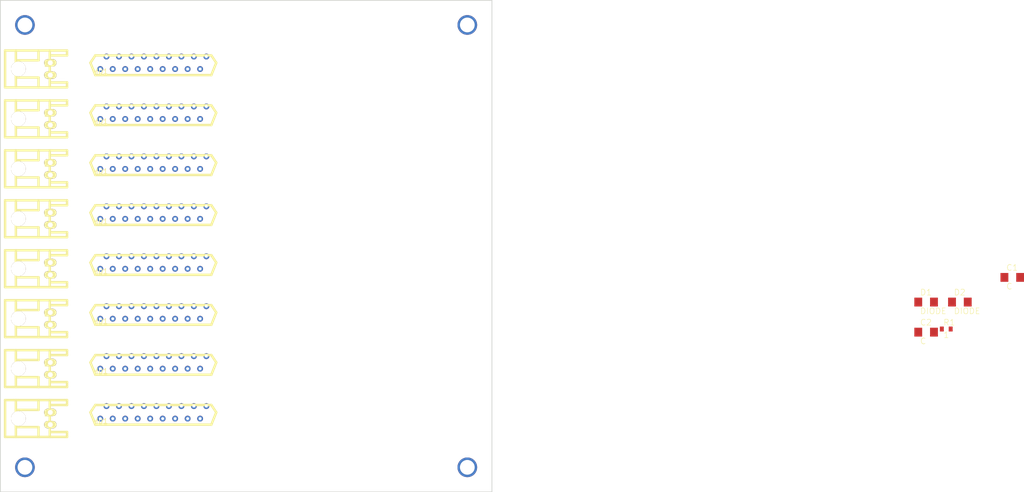
<source format=kicad_pcb>
(kicad_pcb (version 4) (host pcbnew 4.0.3-stable)

  (general
    (links 114)
    (no_connects 114)
    (area -0.075001 -0.075001 100.075001 100.075001)
    (thickness 1.6)
    (drawings 4)
    (tracks 4)
    (zones 0)
    (modules 21)
    (nets 9)
  )

  (page A4)
  (layers
    (0 F.Cu signal)
    (31 B.Cu signal)
    (32 B.Adhes user)
    (33 F.Adhes user)
    (34 B.Paste user)
    (35 F.Paste user)
    (36 B.SilkS user)
    (37 F.SilkS user)
    (38 B.Mask user)
    (39 F.Mask user)
    (40 Dwgs.User user)
    (41 Cmts.User user)
    (42 Eco1.User user)
    (43 Eco2.User user)
    (44 Edge.Cuts user)
    (45 Margin user)
    (46 B.CrtYd user)
    (47 F.CrtYd user)
    (48 B.Fab user)
    (49 F.Fab user)
  )

  (setup
    (last_trace_width 0.25)
    (user_trace_width 0.5)
    (user_trace_width 1)
    (trace_clearance 0.2)
    (zone_clearance 0.4)
    (zone_45_only no)
    (trace_min 0.2)
    (segment_width 0.2)
    (edge_width 0.15)
    (via_size 0.6)
    (via_drill 0.4)
    (via_min_size 0.4)
    (via_min_drill 0.3)
    (user_via 1.2 0.8)
    (user_via 4 3)
    (uvia_size 0.3)
    (uvia_drill 0.1)
    (uvias_allowed no)
    (uvia_min_size 0.2)
    (uvia_min_drill 0.1)
    (pcb_text_width 0.3)
    (pcb_text_size 1.5 1.5)
    (mod_edge_width 0.15)
    (mod_text_size 1 1)
    (mod_text_width 0.15)
    (pad_size 1.524 1.524)
    (pad_drill 0.762)
    (pad_to_mask_clearance 0.2)
    (aux_axis_origin 0 0)
    (visible_elements 7FFFFFFF)
    (pcbplotparams
      (layerselection 0x00030_80000001)
      (usegerberextensions false)
      (excludeedgelayer true)
      (linewidth 0.100000)
      (plotframeref false)
      (viasonmask false)
      (mode 1)
      (useauxorigin false)
      (hpglpennumber 1)
      (hpglpenspeed 20)
      (hpglpendiameter 15)
      (hpglpenoverlay 2)
      (psnegative false)
      (psa4output false)
      (plotreference true)
      (plotvalue true)
      (plotinvisibletext false)
      (padsonsilk false)
      (subtractmaskfromsilk false)
      (outputformat 1)
      (mirror false)
      (drillshape 1)
      (scaleselection 1)
      (outputdirectory ""))
  )

  (net 0 "")
  (net 1 "Net-(C1-Pad1)")
  (net 2 "Net-(C1-Pad2)")
  (net 3 +BATT)
  (net 4 "Net-(C2-Pad2)")
  (net 5 GNDPWR)
  (net 6 "Net-(D1-Pad2)")
  (net 7 "Net-(D2-Pad2)")
  (net 8 "Net-(MD1-Pad15)")

  (net_class Default "これは標準のネット クラスです。"
    (clearance 0.2)
    (trace_width 0.25)
    (via_dia 0.6)
    (via_drill 0.4)
    (uvia_dia 0.3)
    (uvia_drill 0.1)
    (add_net +BATT)
    (add_net GNDPWR)
    (add_net "Net-(C1-Pad1)")
    (add_net "Net-(C1-Pad2)")
    (add_net "Net-(C2-Pad2)")
    (add_net "Net-(D1-Pad2)")
    (add_net "Net-(D2-Pad2)")
    (add_net "Net-(MD1-Pad15)")
  )

  (module RP_KiCAD_Connector:XA_2LC (layer F.Cu) (tedit 5763B232) (tstamp 57C5676F)
    (at 10.16 53.34 270)
    (path /57C55573)
    (fp_text reference P1 (at 0 0.5 270) (layer F.SilkS)
      (effects (font (size 1 1) (thickness 0.15)))
    )
    (fp_text value CONN_01X02 (at 0 -0.5 270) (layer F.Fab)
      (effects (font (size 1 1) (thickness 0.15)))
    )
    (fp_line (start -1.5 -3.4) (end -2.5 -3.4) (layer F.SilkS) (width 0.5))
    (fp_line (start 5 -3.4) (end 4 -3.4) (layer F.SilkS) (width 0.5))
    (fp_line (start 4 -3.4) (end 4 0.1) (layer F.SilkS) (width 0.5))
    (fp_line (start -1.5 -3.4) (end -1.5 0.1) (layer F.SilkS) (width 0.5))
    (fp_line (start 3 2.4) (end 5 2.4) (layer F.SilkS) (width 0.5))
    (fp_line (start -0.5 2.4) (end -2.5 2.4) (layer F.SilkS) (width 0.5))
    (fp_line (start 3 2.4) (end 3 7) (layer F.SilkS) (width 0.5))
    (fp_line (start -0.5 2.4) (end -0.5 7) (layer F.SilkS) (width 0.5))
    (fp_line (start -2.5 0.1) (end 5 0.1) (layer F.SilkS) (width 0.5))
    (fp_line (start -2.5 7) (end 5 7) (layer F.SilkS) (width 0.5))
    (fp_line (start -2.5 9.2) (end 5 9.2) (layer F.SilkS) (width 0.5))
    (fp_line (start 5 -3.4) (end 5 9.2) (layer F.SilkS) (width 0.5))
    (fp_line (start -2.5 -3.4) (end -2.5 9.2) (layer F.SilkS) (width 0.5))
    (pad 1 thru_hole oval (at 0 0 270) (size 1.5 2.5) (drill 1) (layers *.Cu *.Mask F.SilkS)
      (net 6 "Net-(D1-Pad2)"))
    (pad 2 thru_hole oval (at 2.5 0 270) (size 1.5 2.5) (drill 1) (layers *.Cu *.Mask F.SilkS)
      (net 7 "Net-(D2-Pad2)"))
    (pad "" thru_hole circle (at 1.25 6.5 270) (size 3 3) (drill 3) (layers *.Cu *.Mask F.SilkS)
      (clearance -0.3))
    (model conn_XA/XA_2S.wrl
      (at (xyz 0.05 -0.2 0))
      (scale (xyz 4 4 4))
      (rotate (xyz 0 0 180))
    )
  )

  (module Housings_SIP:STA-18 (layer F.Cu) (tedit 57C547E8) (tstamp 57C5675A)
    (at 20.32 53.34)
    (path /57C553D2)
    (fp_text reference MD1 (at 0 1.77) (layer F.SilkS)
      (effects (font (size 1 1) (thickness 0.15)))
    )
    (fp_text value STA6940M (at 0 0.77) (layer F.Fab)
      (effects (font (size 1 1) (thickness 0.15)))
    )
    (fp_line (start 22.6 2.5) (end 23.6 0) (layer F.SilkS) (width 0.5))
    (fp_line (start -1 2.5) (end 22.6 2.5) (layer F.SilkS) (width 0.5))
    (fp_line (start 22.6 -1.5) (end -1 -1.5) (layer F.SilkS) (width 0.5))
    (fp_line (start 23.6 0) (end 22.6 -1.5) (layer F.SilkS) (width 0.5))
    (fp_line (start -2 0) (end -1 2.5) (layer F.SilkS) (width 0.5))
    (fp_line (start -2 0) (end -1 -1.5) (layer F.SilkS) (width 0.5))
    (pad 1 thru_hole circle (at 0 1.27) (size 1.2 1.2) (drill 0.6) (layers *.Cu *.Mask)
      (net 3 +BATT))
    (pad 2 thru_hole circle (at 1.27 -1.27) (size 1.2 1.2) (drill 0.6) (layers *.Cu *.Mask)
      (net 6 "Net-(D1-Pad2)"))
    (pad 3 thru_hole circle (at 2.54 1.27) (size 1.2 1.2) (drill 0.6) (layers *.Cu *.Mask)
      (net 6 "Net-(D1-Pad2)"))
    (pad 4 thru_hole circle (at 3.81 -1.27) (size 1.2 1.2) (drill 0.6) (layers *.Cu *.Mask)
      (net 8 "Net-(MD1-Pad15)"))
    (pad 5 thru_hole circle (at 5.08 1.27) (size 1.2 1.2) (drill 0.6) (layers *.Cu *.Mask))
    (pad 6 thru_hole circle (at 6.35 -1.27) (size 1.2 1.2) (drill 0.6) (layers *.Cu *.Mask))
    (pad 7 thru_hole circle (at 7.62 1.27) (size 1.2 1.2) (drill 0.6) (layers *.Cu *.Mask))
    (pad 8 thru_hole circle (at 8.89 -1.27) (size 1.2 1.2) (drill 0.6) (layers *.Cu *.Mask))
    (pad 9 thru_hole circle (at 10.16 1.27) (size 1.2 1.2) (drill 0.6) (layers *.Cu *.Mask))
    (pad 10 thru_hole circle (at 11.43 -1.27) (size 1.2 1.2) (drill 0.6) (layers *.Cu *.Mask)
      (net 5 GNDPWR))
    (pad 11 thru_hole circle (at 12.7 1.27) (size 1.2 1.2) (drill 0.6) (layers *.Cu *.Mask))
    (pad 12 thru_hole circle (at 13.97 -1.27) (size 1.2 1.2) (drill 0.6) (layers *.Cu *.Mask)
      (net 2 "Net-(C1-Pad2)"))
    (pad 13 thru_hole circle (at 15.24 1.27) (size 1.2 1.2) (drill 0.6) (layers *.Cu *.Mask)
      (net 1 "Net-(C1-Pad1)"))
    (pad 14 thru_hole circle (at 16.51 -1.27) (size 1.2 1.2) (drill 0.6) (layers *.Cu *.Mask)
      (net 4 "Net-(C2-Pad2)"))
    (pad 15 thru_hole circle (at 17.78 1.27) (size 1.2 1.2) (drill 0.6) (layers *.Cu *.Mask)
      (net 8 "Net-(MD1-Pad15)"))
    (pad 16 thru_hole circle (at 19.05 -1.27) (size 1.2 1.2) (drill 0.6) (layers *.Cu *.Mask)
      (net 7 "Net-(D2-Pad2)"))
    (pad 17 thru_hole circle (at 20.32 1.27) (size 1.2 1.2) (drill 0.6) (layers *.Cu *.Mask)
      (net 7 "Net-(D2-Pad2)"))
    (pad 18 thru_hole circle (at 21.59 -1.27) (size 1.2 1.2) (drill 0.6) (layers *.Cu *.Mask)
      (net 3 +BATT))
  )

  (module Housings_SIP:STA-18 (layer F.Cu) (tedit 57C547E8) (tstamp 57C56745)
    (at 20.32 63.5)
    (path /57C553D2)
    (fp_text reference MD1 (at 0 1.77) (layer F.SilkS)
      (effects (font (size 1 1) (thickness 0.15)))
    )
    (fp_text value STA6940M (at 0 0.77) (layer F.Fab)
      (effects (font (size 1 1) (thickness 0.15)))
    )
    (fp_line (start 22.6 2.5) (end 23.6 0) (layer F.SilkS) (width 0.5))
    (fp_line (start -1 2.5) (end 22.6 2.5) (layer F.SilkS) (width 0.5))
    (fp_line (start 22.6 -1.5) (end -1 -1.5) (layer F.SilkS) (width 0.5))
    (fp_line (start 23.6 0) (end 22.6 -1.5) (layer F.SilkS) (width 0.5))
    (fp_line (start -2 0) (end -1 2.5) (layer F.SilkS) (width 0.5))
    (fp_line (start -2 0) (end -1 -1.5) (layer F.SilkS) (width 0.5))
    (pad 1 thru_hole circle (at 0 1.27) (size 1.2 1.2) (drill 0.6) (layers *.Cu *.Mask)
      (net 3 +BATT))
    (pad 2 thru_hole circle (at 1.27 -1.27) (size 1.2 1.2) (drill 0.6) (layers *.Cu *.Mask)
      (net 6 "Net-(D1-Pad2)"))
    (pad 3 thru_hole circle (at 2.54 1.27) (size 1.2 1.2) (drill 0.6) (layers *.Cu *.Mask)
      (net 6 "Net-(D1-Pad2)"))
    (pad 4 thru_hole circle (at 3.81 -1.27) (size 1.2 1.2) (drill 0.6) (layers *.Cu *.Mask)
      (net 8 "Net-(MD1-Pad15)"))
    (pad 5 thru_hole circle (at 5.08 1.27) (size 1.2 1.2) (drill 0.6) (layers *.Cu *.Mask))
    (pad 6 thru_hole circle (at 6.35 -1.27) (size 1.2 1.2) (drill 0.6) (layers *.Cu *.Mask))
    (pad 7 thru_hole circle (at 7.62 1.27) (size 1.2 1.2) (drill 0.6) (layers *.Cu *.Mask))
    (pad 8 thru_hole circle (at 8.89 -1.27) (size 1.2 1.2) (drill 0.6) (layers *.Cu *.Mask))
    (pad 9 thru_hole circle (at 10.16 1.27) (size 1.2 1.2) (drill 0.6) (layers *.Cu *.Mask))
    (pad 10 thru_hole circle (at 11.43 -1.27) (size 1.2 1.2) (drill 0.6) (layers *.Cu *.Mask)
      (net 5 GNDPWR))
    (pad 11 thru_hole circle (at 12.7 1.27) (size 1.2 1.2) (drill 0.6) (layers *.Cu *.Mask))
    (pad 12 thru_hole circle (at 13.97 -1.27) (size 1.2 1.2) (drill 0.6) (layers *.Cu *.Mask)
      (net 2 "Net-(C1-Pad2)"))
    (pad 13 thru_hole circle (at 15.24 1.27) (size 1.2 1.2) (drill 0.6) (layers *.Cu *.Mask)
      (net 1 "Net-(C1-Pad1)"))
    (pad 14 thru_hole circle (at 16.51 -1.27) (size 1.2 1.2) (drill 0.6) (layers *.Cu *.Mask)
      (net 4 "Net-(C2-Pad2)"))
    (pad 15 thru_hole circle (at 17.78 1.27) (size 1.2 1.2) (drill 0.6) (layers *.Cu *.Mask)
      (net 8 "Net-(MD1-Pad15)"))
    (pad 16 thru_hole circle (at 19.05 -1.27) (size 1.2 1.2) (drill 0.6) (layers *.Cu *.Mask)
      (net 7 "Net-(D2-Pad2)"))
    (pad 17 thru_hole circle (at 20.32 1.27) (size 1.2 1.2) (drill 0.6) (layers *.Cu *.Mask)
      (net 7 "Net-(D2-Pad2)"))
    (pad 18 thru_hole circle (at 21.59 -1.27) (size 1.2 1.2) (drill 0.6) (layers *.Cu *.Mask)
      (net 3 +BATT))
  )

  (module RP_KiCAD_Connector:XA_2LC (layer F.Cu) (tedit 5763B232) (tstamp 57C5673F)
    (at 10.16 63.5 270)
    (path /57C55573)
    (fp_text reference P1 (at 0 0.5 270) (layer F.SilkS)
      (effects (font (size 1 1) (thickness 0.15)))
    )
    (fp_text value CONN_01X02 (at 0 -0.5 270) (layer F.Fab)
      (effects (font (size 1 1) (thickness 0.15)))
    )
    (fp_line (start -1.5 -3.4) (end -2.5 -3.4) (layer F.SilkS) (width 0.5))
    (fp_line (start 5 -3.4) (end 4 -3.4) (layer F.SilkS) (width 0.5))
    (fp_line (start 4 -3.4) (end 4 0.1) (layer F.SilkS) (width 0.5))
    (fp_line (start -1.5 -3.4) (end -1.5 0.1) (layer F.SilkS) (width 0.5))
    (fp_line (start 3 2.4) (end 5 2.4) (layer F.SilkS) (width 0.5))
    (fp_line (start -0.5 2.4) (end -2.5 2.4) (layer F.SilkS) (width 0.5))
    (fp_line (start 3 2.4) (end 3 7) (layer F.SilkS) (width 0.5))
    (fp_line (start -0.5 2.4) (end -0.5 7) (layer F.SilkS) (width 0.5))
    (fp_line (start -2.5 0.1) (end 5 0.1) (layer F.SilkS) (width 0.5))
    (fp_line (start -2.5 7) (end 5 7) (layer F.SilkS) (width 0.5))
    (fp_line (start -2.5 9.2) (end 5 9.2) (layer F.SilkS) (width 0.5))
    (fp_line (start 5 -3.4) (end 5 9.2) (layer F.SilkS) (width 0.5))
    (fp_line (start -2.5 -3.4) (end -2.5 9.2) (layer F.SilkS) (width 0.5))
    (pad 1 thru_hole oval (at 0 0 270) (size 1.5 2.5) (drill 1) (layers *.Cu *.Mask F.SilkS)
      (net 6 "Net-(D1-Pad2)"))
    (pad 2 thru_hole oval (at 2.5 0 270) (size 1.5 2.5) (drill 1) (layers *.Cu *.Mask F.SilkS)
      (net 7 "Net-(D2-Pad2)"))
    (pad "" thru_hole circle (at 1.25 6.5 270) (size 3 3) (drill 3) (layers *.Cu *.Mask F.SilkS)
      (clearance -0.3))
    (model conn_XA/XA_2S.wrl
      (at (xyz 0.05 -0.2 0))
      (scale (xyz 4 4 4))
      (rotate (xyz 0 0 180))
    )
  )

  (module RP_KiCAD_Connector:XA_2LC (layer F.Cu) (tedit 5763B232) (tstamp 57C56739)
    (at 10.16 83.82 270)
    (path /57C55573)
    (fp_text reference P1 (at 0 0.5 270) (layer F.SilkS)
      (effects (font (size 1 1) (thickness 0.15)))
    )
    (fp_text value CONN_01X02 (at 0 -0.5 270) (layer F.Fab)
      (effects (font (size 1 1) (thickness 0.15)))
    )
    (fp_line (start -1.5 -3.4) (end -2.5 -3.4) (layer F.SilkS) (width 0.5))
    (fp_line (start 5 -3.4) (end 4 -3.4) (layer F.SilkS) (width 0.5))
    (fp_line (start 4 -3.4) (end 4 0.1) (layer F.SilkS) (width 0.5))
    (fp_line (start -1.5 -3.4) (end -1.5 0.1) (layer F.SilkS) (width 0.5))
    (fp_line (start 3 2.4) (end 5 2.4) (layer F.SilkS) (width 0.5))
    (fp_line (start -0.5 2.4) (end -2.5 2.4) (layer F.SilkS) (width 0.5))
    (fp_line (start 3 2.4) (end 3 7) (layer F.SilkS) (width 0.5))
    (fp_line (start -0.5 2.4) (end -0.5 7) (layer F.SilkS) (width 0.5))
    (fp_line (start -2.5 0.1) (end 5 0.1) (layer F.SilkS) (width 0.5))
    (fp_line (start -2.5 7) (end 5 7) (layer F.SilkS) (width 0.5))
    (fp_line (start -2.5 9.2) (end 5 9.2) (layer F.SilkS) (width 0.5))
    (fp_line (start 5 -3.4) (end 5 9.2) (layer F.SilkS) (width 0.5))
    (fp_line (start -2.5 -3.4) (end -2.5 9.2) (layer F.SilkS) (width 0.5))
    (pad 1 thru_hole oval (at 0 0 270) (size 1.5 2.5) (drill 1) (layers *.Cu *.Mask F.SilkS)
      (net 6 "Net-(D1-Pad2)"))
    (pad 2 thru_hole oval (at 2.5 0 270) (size 1.5 2.5) (drill 1) (layers *.Cu *.Mask F.SilkS)
      (net 7 "Net-(D2-Pad2)"))
    (pad "" thru_hole circle (at 1.25 6.5 270) (size 3 3) (drill 3) (layers *.Cu *.Mask F.SilkS)
      (clearance -0.3))
    (model conn_XA/XA_2S.wrl
      (at (xyz 0.05 -0.2 0))
      (scale (xyz 4 4 4))
      (rotate (xyz 0 0 180))
    )
  )

  (module Housings_SIP:STA-18 (layer F.Cu) (tedit 57C547E8) (tstamp 57C56724)
    (at 20.32 83.82)
    (path /57C553D2)
    (fp_text reference MD1 (at 0 1.77) (layer F.SilkS)
      (effects (font (size 1 1) (thickness 0.15)))
    )
    (fp_text value STA6940M (at 0 0.77) (layer F.Fab)
      (effects (font (size 1 1) (thickness 0.15)))
    )
    (fp_line (start 22.6 2.5) (end 23.6 0) (layer F.SilkS) (width 0.5))
    (fp_line (start -1 2.5) (end 22.6 2.5) (layer F.SilkS) (width 0.5))
    (fp_line (start 22.6 -1.5) (end -1 -1.5) (layer F.SilkS) (width 0.5))
    (fp_line (start 23.6 0) (end 22.6 -1.5) (layer F.SilkS) (width 0.5))
    (fp_line (start -2 0) (end -1 2.5) (layer F.SilkS) (width 0.5))
    (fp_line (start -2 0) (end -1 -1.5) (layer F.SilkS) (width 0.5))
    (pad 1 thru_hole circle (at 0 1.27) (size 1.2 1.2) (drill 0.6) (layers *.Cu *.Mask)
      (net 3 +BATT))
    (pad 2 thru_hole circle (at 1.27 -1.27) (size 1.2 1.2) (drill 0.6) (layers *.Cu *.Mask)
      (net 6 "Net-(D1-Pad2)"))
    (pad 3 thru_hole circle (at 2.54 1.27) (size 1.2 1.2) (drill 0.6) (layers *.Cu *.Mask)
      (net 6 "Net-(D1-Pad2)"))
    (pad 4 thru_hole circle (at 3.81 -1.27) (size 1.2 1.2) (drill 0.6) (layers *.Cu *.Mask)
      (net 8 "Net-(MD1-Pad15)"))
    (pad 5 thru_hole circle (at 5.08 1.27) (size 1.2 1.2) (drill 0.6) (layers *.Cu *.Mask))
    (pad 6 thru_hole circle (at 6.35 -1.27) (size 1.2 1.2) (drill 0.6) (layers *.Cu *.Mask))
    (pad 7 thru_hole circle (at 7.62 1.27) (size 1.2 1.2) (drill 0.6) (layers *.Cu *.Mask))
    (pad 8 thru_hole circle (at 8.89 -1.27) (size 1.2 1.2) (drill 0.6) (layers *.Cu *.Mask))
    (pad 9 thru_hole circle (at 10.16 1.27) (size 1.2 1.2) (drill 0.6) (layers *.Cu *.Mask))
    (pad 10 thru_hole circle (at 11.43 -1.27) (size 1.2 1.2) (drill 0.6) (layers *.Cu *.Mask)
      (net 5 GNDPWR))
    (pad 11 thru_hole circle (at 12.7 1.27) (size 1.2 1.2) (drill 0.6) (layers *.Cu *.Mask))
    (pad 12 thru_hole circle (at 13.97 -1.27) (size 1.2 1.2) (drill 0.6) (layers *.Cu *.Mask)
      (net 2 "Net-(C1-Pad2)"))
    (pad 13 thru_hole circle (at 15.24 1.27) (size 1.2 1.2) (drill 0.6) (layers *.Cu *.Mask)
      (net 1 "Net-(C1-Pad1)"))
    (pad 14 thru_hole circle (at 16.51 -1.27) (size 1.2 1.2) (drill 0.6) (layers *.Cu *.Mask)
      (net 4 "Net-(C2-Pad2)"))
    (pad 15 thru_hole circle (at 17.78 1.27) (size 1.2 1.2) (drill 0.6) (layers *.Cu *.Mask)
      (net 8 "Net-(MD1-Pad15)"))
    (pad 16 thru_hole circle (at 19.05 -1.27) (size 1.2 1.2) (drill 0.6) (layers *.Cu *.Mask)
      (net 7 "Net-(D2-Pad2)"))
    (pad 17 thru_hole circle (at 20.32 1.27) (size 1.2 1.2) (drill 0.6) (layers *.Cu *.Mask)
      (net 7 "Net-(D2-Pad2)"))
    (pad 18 thru_hole circle (at 21.59 -1.27) (size 1.2 1.2) (drill 0.6) (layers *.Cu *.Mask)
      (net 3 +BATT))
  )

  (module Housings_SIP:STA-18 (layer F.Cu) (tedit 57C547E8) (tstamp 57C5670F)
    (at 20.32 73.66)
    (path /57C553D2)
    (fp_text reference MD1 (at 0 1.77) (layer F.SilkS)
      (effects (font (size 1 1) (thickness 0.15)))
    )
    (fp_text value STA6940M (at 0 0.77) (layer F.Fab)
      (effects (font (size 1 1) (thickness 0.15)))
    )
    (fp_line (start 22.6 2.5) (end 23.6 0) (layer F.SilkS) (width 0.5))
    (fp_line (start -1 2.5) (end 22.6 2.5) (layer F.SilkS) (width 0.5))
    (fp_line (start 22.6 -1.5) (end -1 -1.5) (layer F.SilkS) (width 0.5))
    (fp_line (start 23.6 0) (end 22.6 -1.5) (layer F.SilkS) (width 0.5))
    (fp_line (start -2 0) (end -1 2.5) (layer F.SilkS) (width 0.5))
    (fp_line (start -2 0) (end -1 -1.5) (layer F.SilkS) (width 0.5))
    (pad 1 thru_hole circle (at 0 1.27) (size 1.2 1.2) (drill 0.6) (layers *.Cu *.Mask)
      (net 3 +BATT))
    (pad 2 thru_hole circle (at 1.27 -1.27) (size 1.2 1.2) (drill 0.6) (layers *.Cu *.Mask)
      (net 6 "Net-(D1-Pad2)"))
    (pad 3 thru_hole circle (at 2.54 1.27) (size 1.2 1.2) (drill 0.6) (layers *.Cu *.Mask)
      (net 6 "Net-(D1-Pad2)"))
    (pad 4 thru_hole circle (at 3.81 -1.27) (size 1.2 1.2) (drill 0.6) (layers *.Cu *.Mask)
      (net 8 "Net-(MD1-Pad15)"))
    (pad 5 thru_hole circle (at 5.08 1.27) (size 1.2 1.2) (drill 0.6) (layers *.Cu *.Mask))
    (pad 6 thru_hole circle (at 6.35 -1.27) (size 1.2 1.2) (drill 0.6) (layers *.Cu *.Mask))
    (pad 7 thru_hole circle (at 7.62 1.27) (size 1.2 1.2) (drill 0.6) (layers *.Cu *.Mask))
    (pad 8 thru_hole circle (at 8.89 -1.27) (size 1.2 1.2) (drill 0.6) (layers *.Cu *.Mask))
    (pad 9 thru_hole circle (at 10.16 1.27) (size 1.2 1.2) (drill 0.6) (layers *.Cu *.Mask))
    (pad 10 thru_hole circle (at 11.43 -1.27) (size 1.2 1.2) (drill 0.6) (layers *.Cu *.Mask)
      (net 5 GNDPWR))
    (pad 11 thru_hole circle (at 12.7 1.27) (size 1.2 1.2) (drill 0.6) (layers *.Cu *.Mask))
    (pad 12 thru_hole circle (at 13.97 -1.27) (size 1.2 1.2) (drill 0.6) (layers *.Cu *.Mask)
      (net 2 "Net-(C1-Pad2)"))
    (pad 13 thru_hole circle (at 15.24 1.27) (size 1.2 1.2) (drill 0.6) (layers *.Cu *.Mask)
      (net 1 "Net-(C1-Pad1)"))
    (pad 14 thru_hole circle (at 16.51 -1.27) (size 1.2 1.2) (drill 0.6) (layers *.Cu *.Mask)
      (net 4 "Net-(C2-Pad2)"))
    (pad 15 thru_hole circle (at 17.78 1.27) (size 1.2 1.2) (drill 0.6) (layers *.Cu *.Mask)
      (net 8 "Net-(MD1-Pad15)"))
    (pad 16 thru_hole circle (at 19.05 -1.27) (size 1.2 1.2) (drill 0.6) (layers *.Cu *.Mask)
      (net 7 "Net-(D2-Pad2)"))
    (pad 17 thru_hole circle (at 20.32 1.27) (size 1.2 1.2) (drill 0.6) (layers *.Cu *.Mask)
      (net 7 "Net-(D2-Pad2)"))
    (pad 18 thru_hole circle (at 21.59 -1.27) (size 1.2 1.2) (drill 0.6) (layers *.Cu *.Mask)
      (net 3 +BATT))
  )

  (module RP_KiCAD_Connector:XA_2LC (layer F.Cu) (tedit 5763B232) (tstamp 57C56709)
    (at 10.16 73.66 270)
    (path /57C55573)
    (fp_text reference P1 (at 0 0.5 270) (layer F.SilkS)
      (effects (font (size 1 1) (thickness 0.15)))
    )
    (fp_text value CONN_01X02 (at 0 -0.5 270) (layer F.Fab)
      (effects (font (size 1 1) (thickness 0.15)))
    )
    (fp_line (start -1.5 -3.4) (end -2.5 -3.4) (layer F.SilkS) (width 0.5))
    (fp_line (start 5 -3.4) (end 4 -3.4) (layer F.SilkS) (width 0.5))
    (fp_line (start 4 -3.4) (end 4 0.1) (layer F.SilkS) (width 0.5))
    (fp_line (start -1.5 -3.4) (end -1.5 0.1) (layer F.SilkS) (width 0.5))
    (fp_line (start 3 2.4) (end 5 2.4) (layer F.SilkS) (width 0.5))
    (fp_line (start -0.5 2.4) (end -2.5 2.4) (layer F.SilkS) (width 0.5))
    (fp_line (start 3 2.4) (end 3 7) (layer F.SilkS) (width 0.5))
    (fp_line (start -0.5 2.4) (end -0.5 7) (layer F.SilkS) (width 0.5))
    (fp_line (start -2.5 0.1) (end 5 0.1) (layer F.SilkS) (width 0.5))
    (fp_line (start -2.5 7) (end 5 7) (layer F.SilkS) (width 0.5))
    (fp_line (start -2.5 9.2) (end 5 9.2) (layer F.SilkS) (width 0.5))
    (fp_line (start 5 -3.4) (end 5 9.2) (layer F.SilkS) (width 0.5))
    (fp_line (start -2.5 -3.4) (end -2.5 9.2) (layer F.SilkS) (width 0.5))
    (pad 1 thru_hole oval (at 0 0 270) (size 1.5 2.5) (drill 1) (layers *.Cu *.Mask F.SilkS)
      (net 6 "Net-(D1-Pad2)"))
    (pad 2 thru_hole oval (at 2.5 0 270) (size 1.5 2.5) (drill 1) (layers *.Cu *.Mask F.SilkS)
      (net 7 "Net-(D2-Pad2)"))
    (pad "" thru_hole circle (at 1.25 6.5 270) (size 3 3) (drill 3) (layers *.Cu *.Mask F.SilkS)
      (clearance -0.3))
    (model conn_XA/XA_2S.wrl
      (at (xyz 0.05 -0.2 0))
      (scale (xyz 4 4 4))
      (rotate (xyz 0 0 180))
    )
  )

  (module RP_KiCAD_Connector:XA_2LC (layer F.Cu) (tedit 5763B232) (tstamp 57C5662B)
    (at 10.16 33.02 270)
    (path /57C55573)
    (fp_text reference P1 (at 0 0.5 270) (layer F.SilkS)
      (effects (font (size 1 1) (thickness 0.15)))
    )
    (fp_text value CONN_01X02 (at 0 -0.5 270) (layer F.Fab)
      (effects (font (size 1 1) (thickness 0.15)))
    )
    (fp_line (start -1.5 -3.4) (end -2.5 -3.4) (layer F.SilkS) (width 0.5))
    (fp_line (start 5 -3.4) (end 4 -3.4) (layer F.SilkS) (width 0.5))
    (fp_line (start 4 -3.4) (end 4 0.1) (layer F.SilkS) (width 0.5))
    (fp_line (start -1.5 -3.4) (end -1.5 0.1) (layer F.SilkS) (width 0.5))
    (fp_line (start 3 2.4) (end 5 2.4) (layer F.SilkS) (width 0.5))
    (fp_line (start -0.5 2.4) (end -2.5 2.4) (layer F.SilkS) (width 0.5))
    (fp_line (start 3 2.4) (end 3 7) (layer F.SilkS) (width 0.5))
    (fp_line (start -0.5 2.4) (end -0.5 7) (layer F.SilkS) (width 0.5))
    (fp_line (start -2.5 0.1) (end 5 0.1) (layer F.SilkS) (width 0.5))
    (fp_line (start -2.5 7) (end 5 7) (layer F.SilkS) (width 0.5))
    (fp_line (start -2.5 9.2) (end 5 9.2) (layer F.SilkS) (width 0.5))
    (fp_line (start 5 -3.4) (end 5 9.2) (layer F.SilkS) (width 0.5))
    (fp_line (start -2.5 -3.4) (end -2.5 9.2) (layer F.SilkS) (width 0.5))
    (pad 1 thru_hole oval (at 0 0 270) (size 1.5 2.5) (drill 1) (layers *.Cu *.Mask F.SilkS)
      (net 6 "Net-(D1-Pad2)"))
    (pad 2 thru_hole oval (at 2.5 0 270) (size 1.5 2.5) (drill 1) (layers *.Cu *.Mask F.SilkS)
      (net 7 "Net-(D2-Pad2)"))
    (pad "" thru_hole circle (at 1.25 6.5 270) (size 3 3) (drill 3) (layers *.Cu *.Mask F.SilkS)
      (clearance -0.3))
    (model conn_XA/XA_2S.wrl
      (at (xyz 0.05 -0.2 0))
      (scale (xyz 4 4 4))
      (rotate (xyz 0 0 180))
    )
  )

  (module Housings_SIP:STA-18 (layer F.Cu) (tedit 57C547E8) (tstamp 57C56616)
    (at 20.32 33.02)
    (path /57C553D2)
    (fp_text reference MD1 (at 0 1.77) (layer F.SilkS)
      (effects (font (size 1 1) (thickness 0.15)))
    )
    (fp_text value STA6940M (at 0 0.77) (layer F.Fab)
      (effects (font (size 1 1) (thickness 0.15)))
    )
    (fp_line (start 22.6 2.5) (end 23.6 0) (layer F.SilkS) (width 0.5))
    (fp_line (start -1 2.5) (end 22.6 2.5) (layer F.SilkS) (width 0.5))
    (fp_line (start 22.6 -1.5) (end -1 -1.5) (layer F.SilkS) (width 0.5))
    (fp_line (start 23.6 0) (end 22.6 -1.5) (layer F.SilkS) (width 0.5))
    (fp_line (start -2 0) (end -1 2.5) (layer F.SilkS) (width 0.5))
    (fp_line (start -2 0) (end -1 -1.5) (layer F.SilkS) (width 0.5))
    (pad 1 thru_hole circle (at 0 1.27) (size 1.2 1.2) (drill 0.6) (layers *.Cu *.Mask)
      (net 3 +BATT))
    (pad 2 thru_hole circle (at 1.27 -1.27) (size 1.2 1.2) (drill 0.6) (layers *.Cu *.Mask)
      (net 6 "Net-(D1-Pad2)"))
    (pad 3 thru_hole circle (at 2.54 1.27) (size 1.2 1.2) (drill 0.6) (layers *.Cu *.Mask)
      (net 6 "Net-(D1-Pad2)"))
    (pad 4 thru_hole circle (at 3.81 -1.27) (size 1.2 1.2) (drill 0.6) (layers *.Cu *.Mask)
      (net 8 "Net-(MD1-Pad15)"))
    (pad 5 thru_hole circle (at 5.08 1.27) (size 1.2 1.2) (drill 0.6) (layers *.Cu *.Mask))
    (pad 6 thru_hole circle (at 6.35 -1.27) (size 1.2 1.2) (drill 0.6) (layers *.Cu *.Mask))
    (pad 7 thru_hole circle (at 7.62 1.27) (size 1.2 1.2) (drill 0.6) (layers *.Cu *.Mask))
    (pad 8 thru_hole circle (at 8.89 -1.27) (size 1.2 1.2) (drill 0.6) (layers *.Cu *.Mask))
    (pad 9 thru_hole circle (at 10.16 1.27) (size 1.2 1.2) (drill 0.6) (layers *.Cu *.Mask))
    (pad 10 thru_hole circle (at 11.43 -1.27) (size 1.2 1.2) (drill 0.6) (layers *.Cu *.Mask)
      (net 5 GNDPWR))
    (pad 11 thru_hole circle (at 12.7 1.27) (size 1.2 1.2) (drill 0.6) (layers *.Cu *.Mask))
    (pad 12 thru_hole circle (at 13.97 -1.27) (size 1.2 1.2) (drill 0.6) (layers *.Cu *.Mask)
      (net 2 "Net-(C1-Pad2)"))
    (pad 13 thru_hole circle (at 15.24 1.27) (size 1.2 1.2) (drill 0.6) (layers *.Cu *.Mask)
      (net 1 "Net-(C1-Pad1)"))
    (pad 14 thru_hole circle (at 16.51 -1.27) (size 1.2 1.2) (drill 0.6) (layers *.Cu *.Mask)
      (net 4 "Net-(C2-Pad2)"))
    (pad 15 thru_hole circle (at 17.78 1.27) (size 1.2 1.2) (drill 0.6) (layers *.Cu *.Mask)
      (net 8 "Net-(MD1-Pad15)"))
    (pad 16 thru_hole circle (at 19.05 -1.27) (size 1.2 1.2) (drill 0.6) (layers *.Cu *.Mask)
      (net 7 "Net-(D2-Pad2)"))
    (pad 17 thru_hole circle (at 20.32 1.27) (size 1.2 1.2) (drill 0.6) (layers *.Cu *.Mask)
      (net 7 "Net-(D2-Pad2)"))
    (pad 18 thru_hole circle (at 21.59 -1.27) (size 1.2 1.2) (drill 0.6) (layers *.Cu *.Mask)
      (net 3 +BATT))
  )

  (module Housings_SIP:STA-18 (layer F.Cu) (tedit 57C547E8) (tstamp 57C56601)
    (at 20.32 43.18)
    (path /57C553D2)
    (fp_text reference MD1 (at 0 1.77) (layer F.SilkS)
      (effects (font (size 1 1) (thickness 0.15)))
    )
    (fp_text value STA6940M (at 0 0.77) (layer F.Fab)
      (effects (font (size 1 1) (thickness 0.15)))
    )
    (fp_line (start 22.6 2.5) (end 23.6 0) (layer F.SilkS) (width 0.5))
    (fp_line (start -1 2.5) (end 22.6 2.5) (layer F.SilkS) (width 0.5))
    (fp_line (start 22.6 -1.5) (end -1 -1.5) (layer F.SilkS) (width 0.5))
    (fp_line (start 23.6 0) (end 22.6 -1.5) (layer F.SilkS) (width 0.5))
    (fp_line (start -2 0) (end -1 2.5) (layer F.SilkS) (width 0.5))
    (fp_line (start -2 0) (end -1 -1.5) (layer F.SilkS) (width 0.5))
    (pad 1 thru_hole circle (at 0 1.27) (size 1.2 1.2) (drill 0.6) (layers *.Cu *.Mask)
      (net 3 +BATT))
    (pad 2 thru_hole circle (at 1.27 -1.27) (size 1.2 1.2) (drill 0.6) (layers *.Cu *.Mask)
      (net 6 "Net-(D1-Pad2)"))
    (pad 3 thru_hole circle (at 2.54 1.27) (size 1.2 1.2) (drill 0.6) (layers *.Cu *.Mask)
      (net 6 "Net-(D1-Pad2)"))
    (pad 4 thru_hole circle (at 3.81 -1.27) (size 1.2 1.2) (drill 0.6) (layers *.Cu *.Mask)
      (net 8 "Net-(MD1-Pad15)"))
    (pad 5 thru_hole circle (at 5.08 1.27) (size 1.2 1.2) (drill 0.6) (layers *.Cu *.Mask))
    (pad 6 thru_hole circle (at 6.35 -1.27) (size 1.2 1.2) (drill 0.6) (layers *.Cu *.Mask))
    (pad 7 thru_hole circle (at 7.62 1.27) (size 1.2 1.2) (drill 0.6) (layers *.Cu *.Mask))
    (pad 8 thru_hole circle (at 8.89 -1.27) (size 1.2 1.2) (drill 0.6) (layers *.Cu *.Mask))
    (pad 9 thru_hole circle (at 10.16 1.27) (size 1.2 1.2) (drill 0.6) (layers *.Cu *.Mask))
    (pad 10 thru_hole circle (at 11.43 -1.27) (size 1.2 1.2) (drill 0.6) (layers *.Cu *.Mask)
      (net 5 GNDPWR))
    (pad 11 thru_hole circle (at 12.7 1.27) (size 1.2 1.2) (drill 0.6) (layers *.Cu *.Mask))
    (pad 12 thru_hole circle (at 13.97 -1.27) (size 1.2 1.2) (drill 0.6) (layers *.Cu *.Mask)
      (net 2 "Net-(C1-Pad2)"))
    (pad 13 thru_hole circle (at 15.24 1.27) (size 1.2 1.2) (drill 0.6) (layers *.Cu *.Mask)
      (net 1 "Net-(C1-Pad1)"))
    (pad 14 thru_hole circle (at 16.51 -1.27) (size 1.2 1.2) (drill 0.6) (layers *.Cu *.Mask)
      (net 4 "Net-(C2-Pad2)"))
    (pad 15 thru_hole circle (at 17.78 1.27) (size 1.2 1.2) (drill 0.6) (layers *.Cu *.Mask)
      (net 8 "Net-(MD1-Pad15)"))
    (pad 16 thru_hole circle (at 19.05 -1.27) (size 1.2 1.2) (drill 0.6) (layers *.Cu *.Mask)
      (net 7 "Net-(D2-Pad2)"))
    (pad 17 thru_hole circle (at 20.32 1.27) (size 1.2 1.2) (drill 0.6) (layers *.Cu *.Mask)
      (net 7 "Net-(D2-Pad2)"))
    (pad 18 thru_hole circle (at 21.59 -1.27) (size 1.2 1.2) (drill 0.6) (layers *.Cu *.Mask)
      (net 3 +BATT))
  )

  (module RP_KiCAD_Connector:XA_2LC (layer F.Cu) (tedit 5763B232) (tstamp 57C565FB)
    (at 10.16 43.18 270)
    (path /57C55573)
    (fp_text reference P1 (at 0 0.5 270) (layer F.SilkS)
      (effects (font (size 1 1) (thickness 0.15)))
    )
    (fp_text value CONN_01X02 (at 0 -0.5 270) (layer F.Fab)
      (effects (font (size 1 1) (thickness 0.15)))
    )
    (fp_line (start -1.5 -3.4) (end -2.5 -3.4) (layer F.SilkS) (width 0.5))
    (fp_line (start 5 -3.4) (end 4 -3.4) (layer F.SilkS) (width 0.5))
    (fp_line (start 4 -3.4) (end 4 0.1) (layer F.SilkS) (width 0.5))
    (fp_line (start -1.5 -3.4) (end -1.5 0.1) (layer F.SilkS) (width 0.5))
    (fp_line (start 3 2.4) (end 5 2.4) (layer F.SilkS) (width 0.5))
    (fp_line (start -0.5 2.4) (end -2.5 2.4) (layer F.SilkS) (width 0.5))
    (fp_line (start 3 2.4) (end 3 7) (layer F.SilkS) (width 0.5))
    (fp_line (start -0.5 2.4) (end -0.5 7) (layer F.SilkS) (width 0.5))
    (fp_line (start -2.5 0.1) (end 5 0.1) (layer F.SilkS) (width 0.5))
    (fp_line (start -2.5 7) (end 5 7) (layer F.SilkS) (width 0.5))
    (fp_line (start -2.5 9.2) (end 5 9.2) (layer F.SilkS) (width 0.5))
    (fp_line (start 5 -3.4) (end 5 9.2) (layer F.SilkS) (width 0.5))
    (fp_line (start -2.5 -3.4) (end -2.5 9.2) (layer F.SilkS) (width 0.5))
    (pad 1 thru_hole oval (at 0 0 270) (size 1.5 2.5) (drill 1) (layers *.Cu *.Mask F.SilkS)
      (net 6 "Net-(D1-Pad2)"))
    (pad 2 thru_hole oval (at 2.5 0 270) (size 1.5 2.5) (drill 1) (layers *.Cu *.Mask F.SilkS)
      (net 7 "Net-(D2-Pad2)"))
    (pad "" thru_hole circle (at 1.25 6.5 270) (size 3 3) (drill 3) (layers *.Cu *.Mask F.SilkS)
      (clearance -0.3))
    (model conn_XA/XA_2S.wrl
      (at (xyz 0.05 -0.2 0))
      (scale (xyz 4 4 4))
      (rotate (xyz 0 0 180))
    )
  )

  (module RP_KiCAD_Connector:XA_2LC (layer F.Cu) (tedit 5763B232) (tstamp 57C565D8)
    (at 10.16 22.86 270)
    (path /57C55573)
    (fp_text reference P1 (at 0 0.5 270) (layer F.SilkS)
      (effects (font (size 1 1) (thickness 0.15)))
    )
    (fp_text value CONN_01X02 (at 0 -0.5 270) (layer F.Fab)
      (effects (font (size 1 1) (thickness 0.15)))
    )
    (fp_line (start -1.5 -3.4) (end -2.5 -3.4) (layer F.SilkS) (width 0.5))
    (fp_line (start 5 -3.4) (end 4 -3.4) (layer F.SilkS) (width 0.5))
    (fp_line (start 4 -3.4) (end 4 0.1) (layer F.SilkS) (width 0.5))
    (fp_line (start -1.5 -3.4) (end -1.5 0.1) (layer F.SilkS) (width 0.5))
    (fp_line (start 3 2.4) (end 5 2.4) (layer F.SilkS) (width 0.5))
    (fp_line (start -0.5 2.4) (end -2.5 2.4) (layer F.SilkS) (width 0.5))
    (fp_line (start 3 2.4) (end 3 7) (layer F.SilkS) (width 0.5))
    (fp_line (start -0.5 2.4) (end -0.5 7) (layer F.SilkS) (width 0.5))
    (fp_line (start -2.5 0.1) (end 5 0.1) (layer F.SilkS) (width 0.5))
    (fp_line (start -2.5 7) (end 5 7) (layer F.SilkS) (width 0.5))
    (fp_line (start -2.5 9.2) (end 5 9.2) (layer F.SilkS) (width 0.5))
    (fp_line (start 5 -3.4) (end 5 9.2) (layer F.SilkS) (width 0.5))
    (fp_line (start -2.5 -3.4) (end -2.5 9.2) (layer F.SilkS) (width 0.5))
    (pad 1 thru_hole oval (at 0 0 270) (size 1.5 2.5) (drill 1) (layers *.Cu *.Mask F.SilkS)
      (net 6 "Net-(D1-Pad2)"))
    (pad 2 thru_hole oval (at 2.5 0 270) (size 1.5 2.5) (drill 1) (layers *.Cu *.Mask F.SilkS)
      (net 7 "Net-(D2-Pad2)"))
    (pad "" thru_hole circle (at 1.25 6.5 270) (size 3 3) (drill 3) (layers *.Cu *.Mask F.SilkS)
      (clearance -0.3))
    (model conn_XA/XA_2S.wrl
      (at (xyz 0.05 -0.2 0))
      (scale (xyz 4 4 4))
      (rotate (xyz 0 0 180))
    )
  )

  (module Housings_SIP:STA-18 (layer F.Cu) (tedit 57C547E8) (tstamp 57C565C3)
    (at 20.32 22.86)
    (path /57C553D2)
    (fp_text reference MD1 (at 0 1.77) (layer F.SilkS)
      (effects (font (size 1 1) (thickness 0.15)))
    )
    (fp_text value STA6940M (at 0 0.77) (layer F.Fab)
      (effects (font (size 1 1) (thickness 0.15)))
    )
    (fp_line (start 22.6 2.5) (end 23.6 0) (layer F.SilkS) (width 0.5))
    (fp_line (start -1 2.5) (end 22.6 2.5) (layer F.SilkS) (width 0.5))
    (fp_line (start 22.6 -1.5) (end -1 -1.5) (layer F.SilkS) (width 0.5))
    (fp_line (start 23.6 0) (end 22.6 -1.5) (layer F.SilkS) (width 0.5))
    (fp_line (start -2 0) (end -1 2.5) (layer F.SilkS) (width 0.5))
    (fp_line (start -2 0) (end -1 -1.5) (layer F.SilkS) (width 0.5))
    (pad 1 thru_hole circle (at 0 1.27) (size 1.2 1.2) (drill 0.6) (layers *.Cu *.Mask)
      (net 3 +BATT))
    (pad 2 thru_hole circle (at 1.27 -1.27) (size 1.2 1.2) (drill 0.6) (layers *.Cu *.Mask)
      (net 6 "Net-(D1-Pad2)"))
    (pad 3 thru_hole circle (at 2.54 1.27) (size 1.2 1.2) (drill 0.6) (layers *.Cu *.Mask)
      (net 6 "Net-(D1-Pad2)"))
    (pad 4 thru_hole circle (at 3.81 -1.27) (size 1.2 1.2) (drill 0.6) (layers *.Cu *.Mask)
      (net 8 "Net-(MD1-Pad15)"))
    (pad 5 thru_hole circle (at 5.08 1.27) (size 1.2 1.2) (drill 0.6) (layers *.Cu *.Mask))
    (pad 6 thru_hole circle (at 6.35 -1.27) (size 1.2 1.2) (drill 0.6) (layers *.Cu *.Mask))
    (pad 7 thru_hole circle (at 7.62 1.27) (size 1.2 1.2) (drill 0.6) (layers *.Cu *.Mask))
    (pad 8 thru_hole circle (at 8.89 -1.27) (size 1.2 1.2) (drill 0.6) (layers *.Cu *.Mask))
    (pad 9 thru_hole circle (at 10.16 1.27) (size 1.2 1.2) (drill 0.6) (layers *.Cu *.Mask))
    (pad 10 thru_hole circle (at 11.43 -1.27) (size 1.2 1.2) (drill 0.6) (layers *.Cu *.Mask)
      (net 5 GNDPWR))
    (pad 11 thru_hole circle (at 12.7 1.27) (size 1.2 1.2) (drill 0.6) (layers *.Cu *.Mask))
    (pad 12 thru_hole circle (at 13.97 -1.27) (size 1.2 1.2) (drill 0.6) (layers *.Cu *.Mask)
      (net 2 "Net-(C1-Pad2)"))
    (pad 13 thru_hole circle (at 15.24 1.27) (size 1.2 1.2) (drill 0.6) (layers *.Cu *.Mask)
      (net 1 "Net-(C1-Pad1)"))
    (pad 14 thru_hole circle (at 16.51 -1.27) (size 1.2 1.2) (drill 0.6) (layers *.Cu *.Mask)
      (net 4 "Net-(C2-Pad2)"))
    (pad 15 thru_hole circle (at 17.78 1.27) (size 1.2 1.2) (drill 0.6) (layers *.Cu *.Mask)
      (net 8 "Net-(MD1-Pad15)"))
    (pad 16 thru_hole circle (at 19.05 -1.27) (size 1.2 1.2) (drill 0.6) (layers *.Cu *.Mask)
      (net 7 "Net-(D2-Pad2)"))
    (pad 17 thru_hole circle (at 20.32 1.27) (size 1.2 1.2) (drill 0.6) (layers *.Cu *.Mask)
      (net 7 "Net-(D2-Pad2)"))
    (pad 18 thru_hole circle (at 21.59 -1.27) (size 1.2 1.2) (drill 0.6) (layers *.Cu *.Mask)
      (net 3 +BATT))
  )

  (module RP_KiCAD_Libs:C3216 (layer F.Cu) (tedit 0) (tstamp 57C564C8)
    (at 205.87 56.3594)
    (descr <b>CAPACITOR</b>)
    (path /57C55B55)
    (fp_text reference C1 (at -1.27 -1.27) (layer F.SilkS)
      (effects (font (size 1.2065 1.2065) (thickness 0.1016)) (justify left bottom))
    )
    (fp_text value C (at -1.27 2.54) (layer F.SilkS)
      (effects (font (size 1.2065 1.2065) (thickness 0.1016)) (justify left bottom))
    )
    (fp_line (start -0.965 -0.787) (end 0.965 -0.787) (layer Dwgs.User) (width 0.1016))
    (fp_line (start -0.965 0.787) (end 0.965 0.787) (layer Dwgs.User) (width 0.1016))
    (fp_poly (pts (xy -1.7018 0.8509) (xy -0.9517 0.8509) (xy -0.9517 -0.8491) (xy -1.7018 -0.8491)) (layer Dwgs.User) (width 0))
    (fp_poly (pts (xy 0.9517 0.8491) (xy 1.7018 0.8491) (xy 1.7018 -0.8509) (xy 0.9517 -0.8509)) (layer Dwgs.User) (width 0))
    (fp_poly (pts (xy -0.3 0.5001) (xy 0.3 0.5001) (xy 0.3 -0.5001) (xy -0.3 -0.5001)) (layer F.Adhes) (width 0))
    (pad 1 smd rect (at -1.6 0) (size 1.6 1.8) (layers F.Cu F.Paste F.Mask)
      (net 1 "Net-(C1-Pad1)"))
    (pad 2 smd rect (at 1.6 0) (size 1.6 1.8) (layers F.Cu F.Paste F.Mask)
      (net 2 "Net-(C1-Pad2)"))
    (model Resistors_SMD.3dshapes/R_1206.wrl
      (at (xyz 0 0 0))
      (scale (xyz 1 1 1))
      (rotate (xyz 0 0 0))
    )
  )

  (module RP_KiCAD_Libs:C3216 (layer F.Cu) (tedit 0) (tstamp 57C564CE)
    (at 188.34 67.4994)
    (descr <b>CAPACITOR</b>)
    (path /57C55AB0)
    (fp_text reference C2 (at -1.27 -1.27) (layer F.SilkS)
      (effects (font (size 1.2065 1.2065) (thickness 0.1016)) (justify left bottom))
    )
    (fp_text value C (at -1.27 2.54) (layer F.SilkS)
      (effects (font (size 1.2065 1.2065) (thickness 0.1016)) (justify left bottom))
    )
    (fp_line (start -0.965 -0.787) (end 0.965 -0.787) (layer Dwgs.User) (width 0.1016))
    (fp_line (start -0.965 0.787) (end 0.965 0.787) (layer Dwgs.User) (width 0.1016))
    (fp_poly (pts (xy -1.7018 0.8509) (xy -0.9517 0.8509) (xy -0.9517 -0.8491) (xy -1.7018 -0.8491)) (layer Dwgs.User) (width 0))
    (fp_poly (pts (xy 0.9517 0.8491) (xy 1.7018 0.8491) (xy 1.7018 -0.8509) (xy 0.9517 -0.8509)) (layer Dwgs.User) (width 0))
    (fp_poly (pts (xy -0.3 0.5001) (xy 0.3 0.5001) (xy 0.3 -0.5001) (xy -0.3 -0.5001)) (layer F.Adhes) (width 0))
    (pad 1 smd rect (at -1.6 0) (size 1.6 1.8) (layers F.Cu F.Paste F.Mask)
      (net 3 +BATT))
    (pad 2 smd rect (at 1.6 0) (size 1.6 1.8) (layers F.Cu F.Paste F.Mask)
      (net 4 "Net-(C2-Pad2)"))
    (model Resistors_SMD.3dshapes/R_1206.wrl
      (at (xyz 0 0 0))
      (scale (xyz 1 1 1))
      (rotate (xyz 0 0 0))
    )
  )

  (module RP_KiCAD_Libs:C3216 (layer F.Cu) (tedit 0) (tstamp 57C564D4)
    (at 188.34 61.3794)
    (descr <b>CAPACITOR</b>)
    (path /57C55561)
    (fp_text reference D1 (at -1.27 -1.27) (layer F.SilkS)
      (effects (font (size 1.2065 1.2065) (thickness 0.1016)) (justify left bottom))
    )
    (fp_text value DIODE (at -1.27 2.54) (layer F.SilkS)
      (effects (font (size 1.2065 1.2065) (thickness 0.1016)) (justify left bottom))
    )
    (fp_line (start -0.965 -0.787) (end 0.965 -0.787) (layer Dwgs.User) (width 0.1016))
    (fp_line (start -0.965 0.787) (end 0.965 0.787) (layer Dwgs.User) (width 0.1016))
    (fp_poly (pts (xy -1.7018 0.8509) (xy -0.9517 0.8509) (xy -0.9517 -0.8491) (xy -1.7018 -0.8491)) (layer Dwgs.User) (width 0))
    (fp_poly (pts (xy 0.9517 0.8491) (xy 1.7018 0.8491) (xy 1.7018 -0.8509) (xy 0.9517 -0.8509)) (layer Dwgs.User) (width 0))
    (fp_poly (pts (xy -0.3 0.5001) (xy 0.3 0.5001) (xy 0.3 -0.5001) (xy -0.3 -0.5001)) (layer F.Adhes) (width 0))
    (pad 1 smd rect (at -1.6 0) (size 1.6 1.8) (layers F.Cu F.Paste F.Mask)
      (net 5 GNDPWR))
    (pad 2 smd rect (at 1.6 0) (size 1.6 1.8) (layers F.Cu F.Paste F.Mask)
      (net 6 "Net-(D1-Pad2)"))
    (model Resistors_SMD.3dshapes/R_1206.wrl
      (at (xyz 0 0 0))
      (scale (xyz 1 1 1))
      (rotate (xyz 0 0 0))
    )
  )

  (module RP_KiCAD_Libs:C3216 (layer F.Cu) (tedit 0) (tstamp 57C564DA)
    (at 195.21 61.3794)
    (descr <b>CAPACITOR</b>)
    (path /57C554DF)
    (fp_text reference D2 (at -1.27 -1.27) (layer F.SilkS)
      (effects (font (size 1.2065 1.2065) (thickness 0.1016)) (justify left bottom))
    )
    (fp_text value DIODE (at -1.27 2.54) (layer F.SilkS)
      (effects (font (size 1.2065 1.2065) (thickness 0.1016)) (justify left bottom))
    )
    (fp_line (start -0.965 -0.787) (end 0.965 -0.787) (layer Dwgs.User) (width 0.1016))
    (fp_line (start -0.965 0.787) (end 0.965 0.787) (layer Dwgs.User) (width 0.1016))
    (fp_poly (pts (xy -1.7018 0.8509) (xy -0.9517 0.8509) (xy -0.9517 -0.8491) (xy -1.7018 -0.8491)) (layer Dwgs.User) (width 0))
    (fp_poly (pts (xy 0.9517 0.8491) (xy 1.7018 0.8491) (xy 1.7018 -0.8509) (xy 0.9517 -0.8509)) (layer Dwgs.User) (width 0))
    (fp_poly (pts (xy -0.3 0.5001) (xy 0.3 0.5001) (xy 0.3 -0.5001) (xy -0.3 -0.5001)) (layer F.Adhes) (width 0))
    (pad 1 smd rect (at -1.6 0) (size 1.6 1.8) (layers F.Cu F.Paste F.Mask)
      (net 5 GNDPWR))
    (pad 2 smd rect (at 1.6 0) (size 1.6 1.8) (layers F.Cu F.Paste F.Mask)
      (net 7 "Net-(D2-Pad2)"))
    (model Resistors_SMD.3dshapes/R_1206.wrl
      (at (xyz 0 0 0))
      (scale (xyz 1 1 1))
      (rotate (xyz 0 0 0))
    )
  )

  (module Housings_SIP:STA-18 (layer F.Cu) (tedit 57C547E8) (tstamp 57C564F0)
    (at 20.32 12.7)
    (path /57C553D2)
    (fp_text reference MD1 (at 0 1.77) (layer F.SilkS)
      (effects (font (size 1 1) (thickness 0.15)))
    )
    (fp_text value STA6940M (at 0 0.77) (layer F.Fab)
      (effects (font (size 1 1) (thickness 0.15)))
    )
    (fp_line (start 22.6 2.5) (end 23.6 0) (layer F.SilkS) (width 0.5))
    (fp_line (start -1 2.5) (end 22.6 2.5) (layer F.SilkS) (width 0.5))
    (fp_line (start 22.6 -1.5) (end -1 -1.5) (layer F.SilkS) (width 0.5))
    (fp_line (start 23.6 0) (end 22.6 -1.5) (layer F.SilkS) (width 0.5))
    (fp_line (start -2 0) (end -1 2.5) (layer F.SilkS) (width 0.5))
    (fp_line (start -2 0) (end -1 -1.5) (layer F.SilkS) (width 0.5))
    (pad 1 thru_hole circle (at 0 1.27) (size 1.2 1.2) (drill 0.6) (layers *.Cu *.Mask)
      (net 3 +BATT))
    (pad 2 thru_hole circle (at 1.27 -1.27) (size 1.2 1.2) (drill 0.6) (layers *.Cu *.Mask)
      (net 6 "Net-(D1-Pad2)"))
    (pad 3 thru_hole circle (at 2.54 1.27) (size 1.2 1.2) (drill 0.6) (layers *.Cu *.Mask)
      (net 6 "Net-(D1-Pad2)"))
    (pad 4 thru_hole circle (at 3.81 -1.27) (size 1.2 1.2) (drill 0.6) (layers *.Cu *.Mask)
      (net 8 "Net-(MD1-Pad15)"))
    (pad 5 thru_hole circle (at 5.08 1.27) (size 1.2 1.2) (drill 0.6) (layers *.Cu *.Mask))
    (pad 6 thru_hole circle (at 6.35 -1.27) (size 1.2 1.2) (drill 0.6) (layers *.Cu *.Mask))
    (pad 7 thru_hole circle (at 7.62 1.27) (size 1.2 1.2) (drill 0.6) (layers *.Cu *.Mask))
    (pad 8 thru_hole circle (at 8.89 -1.27) (size 1.2 1.2) (drill 0.6) (layers *.Cu *.Mask))
    (pad 9 thru_hole circle (at 10.16 1.27) (size 1.2 1.2) (drill 0.6) (layers *.Cu *.Mask))
    (pad 10 thru_hole circle (at 11.43 -1.27) (size 1.2 1.2) (drill 0.6) (layers *.Cu *.Mask)
      (net 5 GNDPWR))
    (pad 11 thru_hole circle (at 12.7 1.27) (size 1.2 1.2) (drill 0.6) (layers *.Cu *.Mask))
    (pad 12 thru_hole circle (at 13.97 -1.27) (size 1.2 1.2) (drill 0.6) (layers *.Cu *.Mask)
      (net 2 "Net-(C1-Pad2)"))
    (pad 13 thru_hole circle (at 15.24 1.27) (size 1.2 1.2) (drill 0.6) (layers *.Cu *.Mask)
      (net 1 "Net-(C1-Pad1)"))
    (pad 14 thru_hole circle (at 16.51 -1.27) (size 1.2 1.2) (drill 0.6) (layers *.Cu *.Mask)
      (net 4 "Net-(C2-Pad2)"))
    (pad 15 thru_hole circle (at 17.78 1.27) (size 1.2 1.2) (drill 0.6) (layers *.Cu *.Mask)
      (net 8 "Net-(MD1-Pad15)"))
    (pad 16 thru_hole circle (at 19.05 -1.27) (size 1.2 1.2) (drill 0.6) (layers *.Cu *.Mask)
      (net 7 "Net-(D2-Pad2)"))
    (pad 17 thru_hole circle (at 20.32 1.27) (size 1.2 1.2) (drill 0.6) (layers *.Cu *.Mask)
      (net 7 "Net-(D2-Pad2)"))
    (pad 18 thru_hole circle (at 21.59 -1.27) (size 1.2 1.2) (drill 0.6) (layers *.Cu *.Mask)
      (net 3 +BATT))
  )

  (module RP_KiCAD_Connector:XA_2LC (layer F.Cu) (tedit 5763B232) (tstamp 57C564F7)
    (at 10.16 12.7 270)
    (path /57C55573)
    (fp_text reference P1 (at 0 0.5 270) (layer F.SilkS)
      (effects (font (size 1 1) (thickness 0.15)))
    )
    (fp_text value CONN_01X02 (at 0 -0.5 270) (layer F.Fab)
      (effects (font (size 1 1) (thickness 0.15)))
    )
    (fp_line (start -1.5 -3.4) (end -2.5 -3.4) (layer F.SilkS) (width 0.5))
    (fp_line (start 5 -3.4) (end 4 -3.4) (layer F.SilkS) (width 0.5))
    (fp_line (start 4 -3.4) (end 4 0.1) (layer F.SilkS) (width 0.5))
    (fp_line (start -1.5 -3.4) (end -1.5 0.1) (layer F.SilkS) (width 0.5))
    (fp_line (start 3 2.4) (end 5 2.4) (layer F.SilkS) (width 0.5))
    (fp_line (start -0.5 2.4) (end -2.5 2.4) (layer F.SilkS) (width 0.5))
    (fp_line (start 3 2.4) (end 3 7) (layer F.SilkS) (width 0.5))
    (fp_line (start -0.5 2.4) (end -0.5 7) (layer F.SilkS) (width 0.5))
    (fp_line (start -2.5 0.1) (end 5 0.1) (layer F.SilkS) (width 0.5))
    (fp_line (start -2.5 7) (end 5 7) (layer F.SilkS) (width 0.5))
    (fp_line (start -2.5 9.2) (end 5 9.2) (layer F.SilkS) (width 0.5))
    (fp_line (start 5 -3.4) (end 5 9.2) (layer F.SilkS) (width 0.5))
    (fp_line (start -2.5 -3.4) (end -2.5 9.2) (layer F.SilkS) (width 0.5))
    (pad 1 thru_hole oval (at 0 0 270) (size 1.5 2.5) (drill 1) (layers *.Cu *.Mask F.SilkS)
      (net 6 "Net-(D1-Pad2)"))
    (pad 2 thru_hole oval (at 2.5 0 270) (size 1.5 2.5) (drill 1) (layers *.Cu *.Mask F.SilkS)
      (net 7 "Net-(D2-Pad2)"))
    (pad "" thru_hole circle (at 1.25 6.5 270) (size 3 3) (drill 3) (layers *.Cu *.Mask F.SilkS)
      (clearance -0.3))
    (model conn_XA/XA_2S.wrl
      (at (xyz 0.05 -0.2 0))
      (scale (xyz 4 4 4))
      (rotate (xyz 0 0 180))
    )
  )

  (module RP_KiCAD_Libs:C1608_WP (layer F.Cu) (tedit 57C3E677) (tstamp 57C564FD)
    (at 192.44 66.8644)
    (descr <b>CAPACITOR</b>)
    (path /57C55868)
    (fp_text reference R1 (at -0.635 -0.635) (layer F.SilkS)
      (effects (font (size 1.2065 1.2065) (thickness 0.1016)) (justify left bottom))
    )
    (fp_text value 1 (at -0.635 1.905) (layer F.SilkS)
      (effects (font (size 1.2065 1.2065) (thickness 0.1016)) (justify left bottom))
    )
    (fp_line (start -0.356 -0.432) (end 0.356 -0.432) (layer Dwgs.User) (width 0.1016))
    (fp_line (start -0.356 0.419) (end 0.356 0.419) (layer Dwgs.User) (width 0.1016))
    (fp_poly (pts (xy -0.8382 0.4699) (xy -0.3381 0.4699) (xy -0.3381 -0.4801) (xy -0.8382 -0.4801)) (layer Dwgs.User) (width 0))
    (fp_poly (pts (xy 0.3302 0.4699) (xy 0.8303 0.4699) (xy 0.8303 -0.4801) (xy 0.3302 -0.4801)) (layer Dwgs.User) (width 0))
    (fp_poly (pts (xy -0.1999 0.3) (xy 0.1999 0.3) (xy 0.1999 -0.3) (xy -0.1999 -0.3)) (layer F.Adhes) (width 0))
    (pad 1 smd rect (at -0.9 0) (size 0.8 1) (layers F.Cu F.Paste F.Mask)
      (net 5 GNDPWR))
    (pad 2 smd rect (at 0.9 0) (size 0.8 1) (layers F.Cu F.Paste F.Mask)
      (net 8 "Net-(MD1-Pad15)"))
    (model Resistors_SMD.3dshapes/R_0603.wrl
      (at (xyz 0 0 0))
      (scale (xyz 1 1 1))
      (rotate (xyz 0 0 0))
    )
  )

  (gr_line (start 100 0) (end 0 0) (angle 90) (layer Edge.Cuts) (width 0.15))
  (gr_line (start 100 100) (end 100 0) (angle 90) (layer Edge.Cuts) (width 0.15))
  (gr_line (start 0 100) (end 100 100) (angle 90) (layer Edge.Cuts) (width 0.15))
  (gr_line (start 0 0) (end 0 100) (angle 90) (layer Edge.Cuts) (width 0.15))

  (via (at 95 5) (size 4) (drill 3) (layers F.Cu B.Cu) (net 0))
  (via (at 95 95) (size 4) (drill 3) (layers F.Cu B.Cu) (net 0))
  (via (at 5 95) (size 4) (drill 3) (layers F.Cu B.Cu) (net 0))
  (via (at 5 5) (size 4) (drill 3) (layers F.Cu B.Cu) (net 0))

)

</source>
